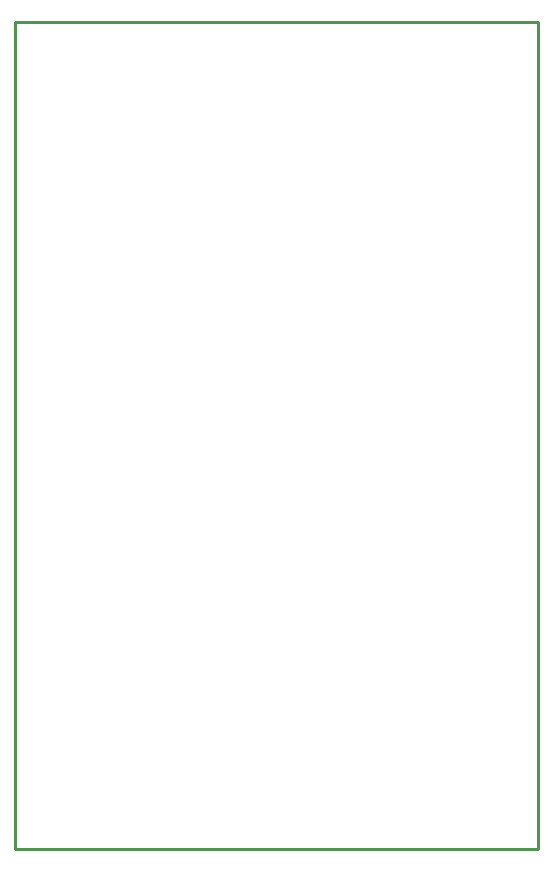
<source format=gko>
G04*
G04 #@! TF.GenerationSoftware,Altium Limited,Altium Designer,22.3.1 (43)*
G04*
G04 Layer_Color=16711935*
%FSLAX25Y25*%
%MOIN*%
G70*
G04*
G04 #@! TF.SameCoordinates,1C7FBABB-5D2B-4B54-8B73-D7DE824473AF*
G04*
G04*
G04 #@! TF.FilePolarity,Positive*
G04*
G01*
G75*
%ADD14C,0.01000*%
D14*
X0Y0D02*
Y275500D01*
Y0D02*
X174500D01*
Y275500D01*
X0D02*
X174500D01*
M02*

</source>
